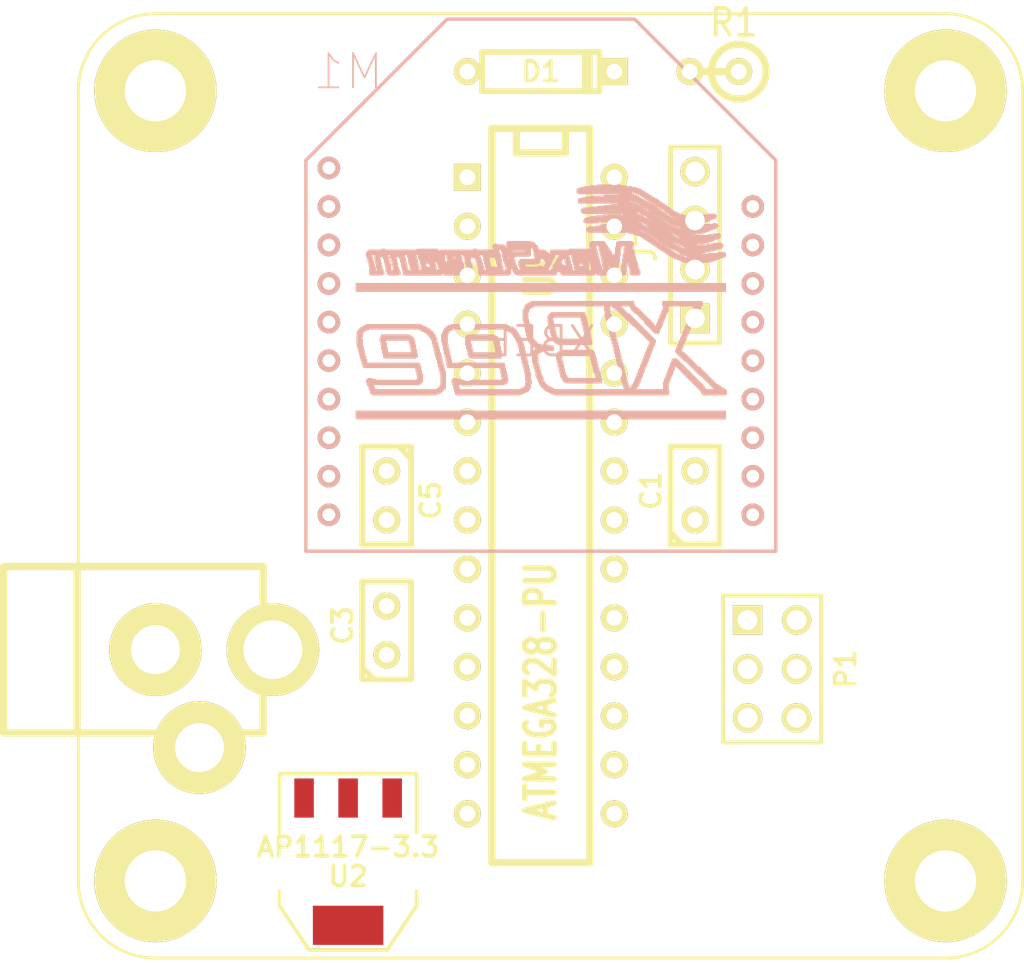
<source format=kicad_pcb>
(kicad_pcb (version 3) (host pcbnew "(2013-05-31 BZR 4019)-stable")
  (layers (15 F.Cu signal) (0 B.Cu signal) (18 B.Paste user) (19 F.Paste user) (20 B.SilkS user) (21 F.SilkS user) (22 B.Mask user) (23 F.Mask user) (28 Edge.Cuts user))
  (net 0 "")
  (net 1 +5V)
  (net 2 /MicroProcessor/AD4)
  (net 3 /MicroProcessor/AD5)
  (net 4 /MicroProcessor/ARDRES)
  (net 5 /MicroProcessor/AREF)
  (net 6 /MicroProcessor/D1)
  (net 7 /MicroProcessor/MISO)
  (net 8 /MicroProcessor/MOSI)
  (net 9 /MicroProcessor/SCK)
  (net 10 /MicroProcessor/VIN)
  (net 11 /MicroProcessor/XT1)
  (net 12 /MicroProcessor/XT2)
  (net 13 GND)
  (module xbee_r1-XBEE (layer B.Cu) (at 144 89 180)
    (fp_text reference M1 (at 10 14 180) (layer B.SilkS) (effects (font (size 1.778 1.778) (thickness 0.0889)) (justify mirror)))
    (fp_text value XBEE (at 0 0 180) (layer B.SilkS) (effects (font (size 1.524 1.524)) (justify mirror)))
    (pad 1 thru_hole rect (at -10.9982 8.99922 180) (size 1.1684 0) (drill 0.6604) (layers *.Cu B.Paste B.SilkS B.Mask))
    (pad 2 thru_hole circle (at -10.9982 6.9977 180) (size 1.1684 1.1684) (drill 0.6604) (layers *.Cu B.Paste B.SilkS B.Mask))
    (pad 3 thru_hole circle (at -10.9982 4.99872 180) (size 1.1684 1.1684) (drill 0.6604) (layers *.Cu B.Paste B.SilkS B.Mask))
    (pad 4 thru_hole circle (at -10.9982 2.99974 180) (size 1.1684 1.1684) (drill 0.6604) (layers *.Cu B.Paste B.SilkS B.Mask))
    (pad 5 thru_hole circle (at -10.9982 0.99822 180) (size 1.1684 1.1684) (drill 0.6604) (layers *.Cu B.Paste B.SilkS B.Mask))
    (pad 6 thru_hole circle (at -10.9982 -0.99822 180) (size 1.1684 1.1684) (drill 0.6604) (layers *.Cu B.Paste B.SilkS B.Mask))
    (pad 7 thru_hole circle (at -10.9982 -2.99974 180) (size 1.1684 1.1684) (drill 0.6604) (layers *.Cu B.Paste B.SilkS B.Mask))
    (pad 8 thru_hole circle (at -10.9982 -4.99872 180) (size 1.1684 1.1684) (drill 0.6604) (layers *.Cu B.Paste B.SilkS B.Mask))
    (pad 9 thru_hole circle (at -10.9982 -6.9977 180) (size 1.1684 1.1684) (drill 0.6604) (layers *.Cu B.Paste B.SilkS B.Mask))
    (pad 10 thru_hole circle (at -10.9982 -8.99922 180) (size 1.1684 1.1684) (drill 0.6604) (layers *.Cu B.Paste B.SilkS B.Mask))
    (pad 11 thru_hole circle (at 10.9982 -8.99922 180) (size 1.1684 1.1684) (drill 0.6604) (layers *.Cu B.Paste B.SilkS B.Mask))
    (pad 12 thru_hole circle (at 10.9982 -6.9977 180) (size 1.1684 1.1684) (drill 0.6604) (layers *.Cu B.Paste B.SilkS B.Mask))
    (pad 13 thru_hole circle (at 10.9982 -4.99872 180) (size 1.1684 1.1684) (drill 0.6604) (layers *.Cu B.Paste B.SilkS B.Mask))
    (pad 14 thru_hole circle (at 10.9982 -2.99974 180) (size 1.1684 1.1684) (drill 0.6604) (layers *.Cu B.Paste B.SilkS B.Mask))
    (pad 15 thru_hole circle (at 10.9982 -0.99822 180) (size 1.1684 1.1684) (drill 0.6604) (layers *.Cu B.Paste B.SilkS B.Mask))
    (pad 16 thru_hole circle (at 10.9982 0.99822 180) (size 1.1684 1.1684) (drill 0.6604) (layers *.Cu B.Paste B.SilkS B.Mask))
    (pad 17 thru_hole circle (at 10.9982 2.99974 180) (size 1.1684 1.1684) (drill 0.6604) (layers *.Cu B.Paste B.SilkS B.Mask))
    (pad 18 thru_hole circle (at 10.9982 4.99872 180) (size 1.1684 1.1684) (drill 0.6604) (layers *.Cu B.Paste B.SilkS B.Mask))
    (pad 19 thru_hole circle (at 10.9982 6.9977 180) (size 1.1684 1.1684) (drill 0.6604) (layers *.Cu B.Paste B.SilkS B.Mask))
    (pad 20 thru_hole circle (at 10.9982 8.99922 180) (size 1.1684 1.1684) (drill 0.6604) (layers *.Cu B.Paste B.SilkS B.Mask))
  )
  (module BD-49X49 (layer F.Cu) (at 120 121)
    (fp_text reference BD1 hide)
    (fp_text value "49x49mm Board" hide)
    (pad 1 thru_hole circle (at 4 -45) (size 6.35 6.35) (drill 3.175) (layers *.Cu *.Mask F.SilkS))
    (pad 2 thru_hole circle (at 45 -45) (size 6.35 6.35) (drill 3.175) (layers *.Cu *.Mask F.SilkS))
    (pad 3 thru_hole circle (at 4 -4) (size 6.35 6.35) (drill 3.175) (layers *.Cu *.Mask F.SilkS))
    (pad 4 thru_hole circle (at 45 -4) (size 6.35 6.35) (drill 3.175) (layers *.Cu *.Mask F.SilkS))
  )
  (module SOT223 (layer F.Cu) (at 134 116 180)
    (fp_text reference U2 (at 0 -0.762 180) (layer F.SilkS) (effects (font (size 1.016 1.016) (thickness 0.2032))))
    (fp_text value AP1117-3.3 (at 0 0.762 180) (layer F.SilkS) (effects (font (size 1.016 1.016) (thickness 0.2032))))
    (pad 4 smd rect (at 0 -3.302 180) (size 3.6576 2.032) (layers F.Cu F.Paste F.Mask) (net 1 +5V))
    (pad 2 smd rect (at 0 3.302 180) (size 1.016 2.032) (layers F.Cu F.Paste F.Mask) (net 1 +5V))
    (pad 3 smd rect (at 2.286 3.302 180) (size 1.016 2.032) (layers F.Cu F.Paste F.Mask) (net 10 /MicroProcessor/VIN))
    (pad 1 smd rect (at -2.286 3.302 180) (size 1.016 2.032) (layers F.Cu F.Paste F.Mask) (net 13 GND))
  )
  (module R1 (layer F.Cu) (at 153 75 180)
    (fp_text reference R1 (at -1.016 2.54 180) (layer F.SilkS) (effects (font (size 1.397 1.27) (thickness 0.2032))))
    (fp_text value 10K hide)
    (pad 1 thru_hole circle (at -1.27 0 180) (size 1.397 1.397) (drill 0.8128) (layers *.Cu *.Mask F.SilkS) (net 1 +5V))
    (pad 2 thru_hole circle (at 1.27 0 180) (size 1.397 1.397) (drill 0.8128) (layers *.Cu *.Mask F.SilkS) (net 4 /MicroProcessor/ARDRES))
  )
  (module PIN_ARRAY_4x1 (layer F.Cu) (at 152 84 90)
    (fp_text reference J7 (at 0 -2.54 90) (layer F.SilkS) (effects (font (size 1.016 1.016) (thickness 0.2032))))
    (fp_text value CONN_4 hide)
    (pad 1 thru_hole rect (at -3.81 0 90) (size 1.524 1.524) (drill 1.016) (layers *.Cu *.Mask F.SilkS) (net 13 GND))
    (pad 2 thru_hole circle (at -1.27 0 90) (size 1.524 1.524) (drill 1.016) (layers *.Cu *.Mask F.SilkS) (net 1 +5V))
    (pad 3 thru_hole circle (at 1.27 0 90) (size 1.524 1.524) (drill 1.016) (layers *.Cu *.Mask F.SilkS) (net 2 /MicroProcessor/AD4))
    (pad 4 thru_hole circle (at 3.81 0 90) (size 1.524 1.524) (drill 1.016) (layers *.Cu *.Mask F.SilkS) (net 3 /MicroProcessor/AD5))
  )
  (module DIP-28__300 (layer F.Cu) (at 144 97 270)
    (fp_text reference U1 (at -11.43 0 270) (layer F.SilkS) (effects (font (size 1.524 1.143) (thickness 0.3048))))
    (fp_text value ATMEGA328-PU (at 10.16 0 270) (layer F.SilkS) (effects (font (size 1.524 1.143) (thickness 0.3048))))
    (pad 2 thru_hole circle (at -13.97 3.81 270) (size 1.397 1.397) (drill 0.8128) (layers *.Cu *.Mask F.SilkS))
    (pad 3 thru_hole circle (at -11.43 3.81 270) (size 1.397 1.397) (drill 0.8128) (layers *.Cu *.Mask F.SilkS) (net 6 /MicroProcessor/D1))
    (pad 4 thru_hole circle (at -8.89 3.81 270) (size 1.397 1.397) (drill 0.8128) (layers *.Cu *.Mask F.SilkS) (net 6 /MicroProcessor/D1))
    (pad 5 thru_hole circle (at -6.35 3.81 270) (size 1.397 1.397) (drill 0.8128) (layers *.Cu *.Mask F.SilkS))
    (pad 6 thru_hole circle (at -3.81 3.81 270) (size 1.397 1.397) (drill 0.8128) (layers *.Cu *.Mask F.SilkS))
    (pad 7 thru_hole circle (at -1.27 3.81 270) (size 1.397 1.397) (drill 0.8128) (layers *.Cu *.Mask F.SilkS) (net 1 +5V))
    (pad 8 thru_hole circle (at 1.27 3.81 270) (size 1.397 1.397) (drill 0.8128) (layers *.Cu *.Mask F.SilkS) (net 13 GND))
    (pad 9 thru_hole circle (at 3.81 3.81 270) (size 1.397 1.397) (drill 0.8128) (layers *.Cu *.Mask F.SilkS) (net 12 /MicroProcessor/XT2))
    (pad 10 thru_hole circle (at 6.35 3.81 270) (size 1.397 1.397) (drill 0.8128) (layers *.Cu *.Mask F.SilkS) (net 11 /MicroProcessor/XT1))
    (pad 11 thru_hole circle (at 8.89 3.81 270) (size 1.397 1.397) (drill 0.8128) (layers *.Cu *.Mask F.SilkS))
    (pad 12 thru_hole circle (at 11.43 3.81 270) (size 1.397 1.397) (drill 0.8128) (layers *.Cu *.Mask F.SilkS))
    (pad 13 thru_hole circle (at 13.97 3.81 270) (size 1.397 1.397) (drill 0.8128) (layers *.Cu *.Mask F.SilkS))
    (pad 14 thru_hole circle (at 16.51 3.81 270) (size 1.397 1.397) (drill 0.8128) (layers *.Cu *.Mask F.SilkS))
    (pad 1 thru_hole rect (at -16.51 3.81 270) (size 1.397 1.397) (drill 0.8128) (layers *.Cu *.Mask F.SilkS) (net 4 /MicroProcessor/ARDRES))
    (pad 15 thru_hole circle (at 16.51 -3.81 270) (size 1.397 1.397) (drill 0.8128) (layers *.Cu *.Mask F.SilkS))
    (pad 16 thru_hole circle (at 13.97 -3.81 270) (size 1.397 1.397) (drill 0.8128) (layers *.Cu *.Mask F.SilkS))
    (pad 17 thru_hole circle (at 11.43 -3.81 270) (size 1.397 1.397) (drill 0.8128) (layers *.Cu *.Mask F.SilkS) (net 8 /MicroProcessor/MOSI))
    (pad 18 thru_hole circle (at 8.89 -3.81 270) (size 1.397 1.397) (drill 0.8128) (layers *.Cu *.Mask F.SilkS) (net 7 /MicroProcessor/MISO))
    (pad 19 thru_hole circle (at 6.35 -3.81 270) (size 1.397 1.397) (drill 0.8128) (layers *.Cu *.Mask F.SilkS) (net 9 /MicroProcessor/SCK))
    (pad 20 thru_hole circle (at 3.81 -3.81 270) (size 1.397 1.397) (drill 0.8128) (layers *.Cu *.Mask F.SilkS) (net 1 +5V))
    (pad 21 thru_hole circle (at 1.27 -3.81 270) (size 1.397 1.397) (drill 0.8128) (layers *.Cu *.Mask F.SilkS) (net 5 /MicroProcessor/AREF))
    (pad 22 thru_hole circle (at -1.27 -3.81 270) (size 1.397 1.397) (drill 0.8128) (layers *.Cu *.Mask F.SilkS) (net 13 GND))
    (pad 23 thru_hole circle (at -3.81 -3.81 270) (size 1.397 1.397) (drill 0.8128) (layers *.Cu *.Mask F.SilkS))
    (pad 24 thru_hole circle (at -6.35 -3.81 270) (size 1.397 1.397) (drill 0.8128) (layers *.Cu *.Mask F.SilkS))
    (pad 25 thru_hole circle (at -8.89 -3.81 270) (size 1.397 1.397) (drill 0.8128) (layers *.Cu *.Mask F.SilkS))
    (pad 26 thru_hole circle (at -11.43 -3.81 270) (size 1.397 1.397) (drill 0.8128) (layers *.Cu *.Mask F.SilkS))
    (pad 27 thru_hole circle (at -13.97 -3.81 270) (size 1.397 1.397) (drill 0.8128) (layers *.Cu *.Mask F.SilkS) (net 2 /MicroProcessor/AD4))
    (pad 28 thru_hole circle (at -16.51 -3.81 270) (size 1.397 1.397) (drill 0.8128) (layers *.Cu *.Mask F.SilkS) (net 3 /MicroProcessor/AD5))
  )
  (module D3 (layer F.Cu) (at 144 75)
    (fp_text reference D1 (at 0 0) (layer F.SilkS) (effects (font (size 1.016 1.016) (thickness 0.2032))))
    (fp_text value 4N4004 hide)
    (pad 2 thru_hole rect (at 3.81 0) (size 1.397 1.397) (drill 0.8128) (layers *.Cu *.Mask F.SilkS) (net 1 +5V))
    (pad 1 thru_hole circle (at -3.81 0) (size 1.397 1.397) (drill 0.8128) (layers *.Cu *.Mask F.SilkS) (net 4 /MicroProcessor/ARDRES))
  )
  (module C1 (layer F.Cu) (at 136 97 270)
    (fp_text reference C5 (at 0.254 -2.286 270) (layer F.SilkS) (effects (font (size 1.016 1.016) (thickness 0.2032))))
    (fp_text value 0.1uF hide)
    (pad 1 thru_hole circle (at -1.27 0 270) (size 1.397 1.397) (drill 0.8128) (layers *.Cu *.Mask F.SilkS) (net 1 +5V))
    (pad 2 thru_hole circle (at 1.27 0 270) (size 1.397 1.397) (drill 0.8128) (layers *.Cu *.Mask F.SilkS) (net 13 GND))
  )
  (module C1 (layer F.Cu) (at 136 104 90)
    (fp_text reference C3 (at 0.254 -2.286 90) (layer F.SilkS) (effects (font (size 1.016 1.016) (thickness 0.2032))))
    (fp_text value 0.1uF hide)
    (pad 1 thru_hole circle (at -1.27 0 90) (size 1.397 1.397) (drill 0.8128) (layers *.Cu *.Mask F.SilkS) (net 10 /MicroProcessor/VIN))
    (pad 2 thru_hole circle (at 1.27 0 90) (size 1.397 1.397) (drill 0.8128) (layers *.Cu *.Mask F.SilkS) (net 13 GND))
  )
  (module C1 (layer F.Cu) (at 152 97 90)
    (fp_text reference C1 (at 0.254 -2.286 90) (layer F.SilkS) (effects (font (size 1.016 1.016) (thickness 0.2032))))
    (fp_text value 0.1uF hide)
    (pad 1 thru_hole circle (at -1.27 0 90) (size 1.397 1.397) (drill 0.8128) (layers *.Cu *.Mask F.SilkS) (net 5 /MicroProcessor/AREF))
    (pad 2 thru_hole circle (at 1.27 0 90) (size 1.397 1.397) (drill 0.8128) (layers *.Cu *.Mask F.SilkS) (net 13 GND))
  )
  (module JACK_3.5MM (layer F.Cu) (at 124 105)
    (fp_text reference J2 hide)
    (fp_text value DCJ0202 hide)
    (pad 2 thru_hole circle (at 0 0) (size 4.8006 4.8006) (drill 2.54) (layers *.Cu *.Mask F.SilkS) (net 13 GND))
    (pad 1 thru_hole circle (at 6.096 0) (size 4.8006 4.8006) (drill 3.048) (layers *.Cu *.Mask F.SilkS) (net 10 /MicroProcessor/VIN))
    (pad 3 thru_hole circle (at 2.286 5.08) (size 4.8006 4.8006) (drill 2.54) (layers *.Cu *.Mask F.SilkS) (net 13 GND))
  )
  (module pin_array_3x2 (layer F.Cu) (at 156 106 270)
    (fp_text reference P1 (at 0 -3.81 270) (layer F.SilkS) (effects (font (size 1.016 1.016) (thickness 0.2032))))
    (fp_text value CONN_3X2 hide)
    (pad 1 thru_hole rect (at -2.54 1.27 270) (size 1.524 1.524) (drill 1.016) (layers *.Cu *.Mask F.SilkS) (net 7 /MicroProcessor/MISO))
    (pad 2 thru_hole circle (at -2.54 -1.27 270) (size 1.524 1.524) (drill 1.016) (layers *.Cu *.Mask F.SilkS) (net 1 +5V))
    (pad 3 thru_hole circle (at 0 1.27 270) (size 1.524 1.524) (drill 1.016) (layers *.Cu *.Mask F.SilkS) (net 9 /MicroProcessor/SCK))
    (pad 4 thru_hole circle (at 0 -1.27 270) (size 1.524 1.524) (drill 1.016) (layers *.Cu *.Mask F.SilkS) (net 8 /MicroProcessor/MOSI))
    (pad 5 thru_hole circle (at 2.54 1.27 270) (size 1.524 1.524) (drill 1.016) (layers *.Cu *.Mask F.SilkS) (net 4 /MicroProcessor/ARDRES))
    (pad 6 thru_hole circle (at 2.54 -1.27 270) (size 1.524 1.524) (drill 1.016) (layers *.Cu *.Mask F.SilkS) (net 13 GND))
  )
)
</source>
